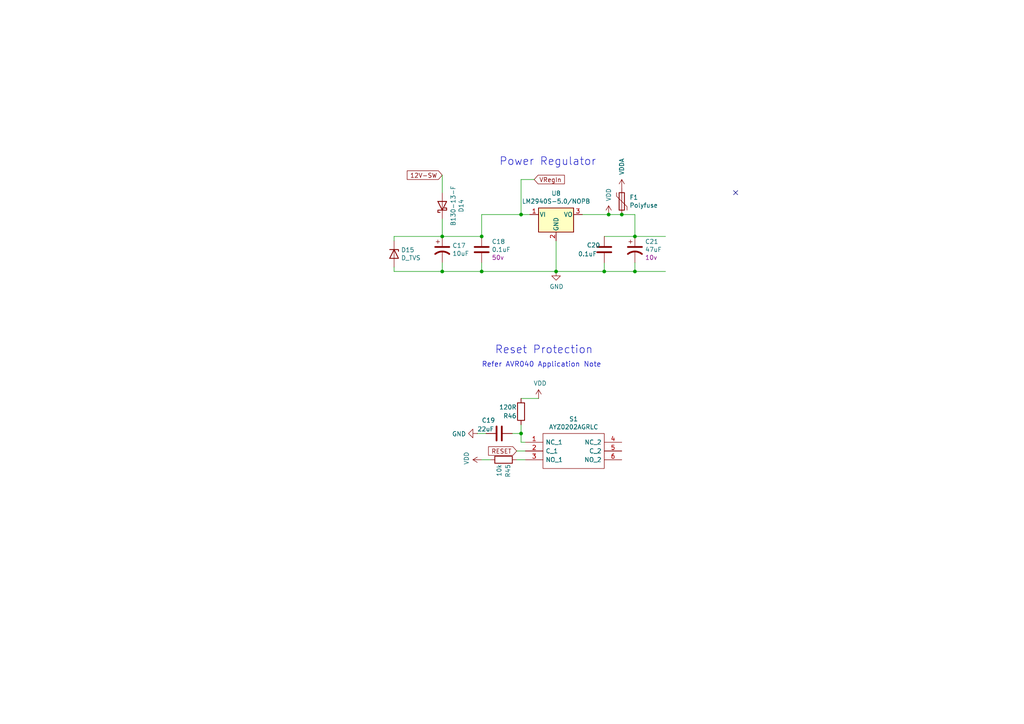
<source format=kicad_sch>
(kicad_sch (version 20250114) (generator "eeschema") (generator_version "9.0")
  (paper "A4")
  (title_block (title "0.4") (date "2021-03-27") (rev "4d") (company "Speeduino"))
  (lib_symbols
    (symbol "Device:C" (pin_numbers (hide yes)) (pin_names (offset 0.254))
      (property "Reference" "C" (at 0.635 2.54 0))
      (property "Value" "C" (at 0.635 -2.54 0))
      (symbol "C_0_1"
        (polyline (pts (xy -2.032 0.762) (xy 2.032 0.762)) (stroke (width 0.508)))
        (polyline (pts (xy -2.032 -0.762) (xy 2.032 -0.762)) (stroke (width 0.508)))
      )
      (symbol "C_1_1"
        (pin passive line (at 0 3.81 270) (length 2.794) (name "~") (number "1"))
        (pin passive line (at 0 -3.81 90) (length 2.794) (name "~") (number "2"))
      )
    )
    (symbol "Device:CP1" (pin_numbers (hide yes)) (pin_names (offset 0.254) (hide yes))
      (property "Reference" "C" (at 0.635 2.54 0))
      (property "Value" "Device_CP1" (at 0.635 -2.54 0))
      (symbol "CP1_0_1"
        (polyline (pts (xy -2.032 0.762) (xy 2.032 0.762)) (stroke (width 0.508)))
        (polyline (pts (xy -1.778 2.286) (xy -0.762 2.286)))
        (polyline (pts (xy -1.27 1.778) (xy -1.27 2.794)))
        (arc (start -2.032 -1.27) (mid 0 -0.5572) (end 2.032 -1.27) (stroke (width 0.508)))
      )
      (symbol "CP1_1_1"
        (pin passive line (at 0 3.81 270) (length 2.794) (name "~") (number "1"))
        (pin passive line (at 0 -3.81 90) (length 3.302) (name "~") (number "2"))
      )
    )
    (symbol "Device:D_Schottky" (pin_numbers (hide yes)) (pin_names (offset 1.016) (hide yes))
      (property "Reference" "D" (at 0 2.54 0))
      (property "Value" "D_Schottky" (at 0 -2.54 0))
      (symbol "D_Schottky_0_1"
        (polyline (pts (xy -1.905 0.635) (xy -1.905 1.27) (xy -1.27 1.27) (xy -1.27 -1.27) (xy -0.635 -1.27) (xy -0.635 -0.635)) (stroke (width 0.254)))
        (polyline (pts (xy 1.27 1.27) (xy 1.27 -1.27) (xy -1.27 0) (xy 1.27 1.27)) (stroke (width 0.254)))
        (polyline (pts (xy 1.27 0) (xy -1.27 0)))
      )
      (symbol "D_Schottky_1_1"
        (pin passive line (at -3.81 0 0) (length 2.54) (name "K") (number "1"))
        (pin passive line (at 3.81 0 180) (length 2.54) (name "A") (number "2"))
      )
    )
    (symbol "Device:D_Zener" (pin_numbers (hide yes)) (pin_names (offset 1.016) (hide yes))
      (property "Reference" "D" (at 0 2.54 0))
      (property "Value" "D_Zener" (at 0 -2.54 0))
      (symbol "D_Zener_0_1"
        (polyline (pts (xy -1.27 -1.27) (xy -1.27 1.27) (xy -0.762 1.27)) (stroke (width 0.254)))
        (polyline (pts (xy 1.27 0) (xy -1.27 0)))
        (polyline (pts (xy 1.27 -1.27) (xy 1.27 1.27) (xy -1.27 0) (xy 1.27 -1.27)) (stroke (width 0.254)))
      )
      (symbol "D_Zener_1_1"
        (pin passive line (at -3.81 0 0) (length 2.54) (name "K") (number "1"))
        (pin passive line (at 3.81 0 180) (length 2.54) (name "A") (number "2"))
      )
    )
    (symbol "Device:Polyfuse" (pin_numbers (hide yes)) (pin_names (offset 0))
      (property "Reference" "F" (at -2.54 0 90))
      (property "Value" "Polyfuse" (at 2.54 0 90))
      (symbol "Polyfuse_0_1"
        (polyline (pts (xy -1.524 2.54) (xy -1.524 1.524) (xy 1.524 -1.524) (xy 1.524 -2.54)))
        (rectangle (start -0.762 2.54) (end 0.762 -2.54) (stroke (width 0.254)))
        (polyline (pts (xy 0 2.54) (xy 0 -2.54)))
      )
      (symbol "Polyfuse_1_1"
        (pin passive line (at 0 3.81 270) (length 1.27) (name "~") (number "1"))
        (pin passive line (at 0 -3.81 90) (length 1.27) (name "~") (number "2"))
      )
    )
    (symbol "Device:R" (pin_numbers (hide yes)) (pin_names (offset 0))
      (property "Reference" "R" (at 2.032 0 90))
      (property "Value" "R" (at 0 0 90))
      (symbol "R_0_1"
        (rectangle (start -1.016 -2.54) (end 1.016 2.54) (stroke (width 0.254)))
      )
      (symbol "R_1_1"
        (pin passive line (at 0 3.81 270) (length 1.27) (name "~") (number "1"))
        (pin passive line (at 0 -3.81 90) (length 1.27) (name "~") (number "2"))
      )
    )
    (symbol "Regulator_Linear:LM2937xS" (pin_names (offset 0.254))
      (property "Reference" "U" (at -3.81 3.175 0))
      (property "Value" "LM2937xS" (at 0 3.175 0))
      (symbol "LM2937xS_0_1"
        (rectangle (start -5.08 -5.08) (end 5.08 1.905) (stroke (width 0.254)) (fill (type background)))
      )
      (symbol "LM2937xS_1_1"
        (pin power_in line (at -7.62 0 0) (length 2.54) (name "VI") (number "1"))
        (pin power_in line (at 0 -7.62 90) (length 2.54) (name "GND") (number "2"))
        (pin power_out line (at 7.62 0 180) (length 2.54) (name "VO") (number "3"))
      )
    )
    (symbol "power:GND" (power) (pin_numbers (hide yes)) (pin_names (offset 0) (hide yes))
      (property "Value" "GND" (at 0 -3.81 0))
      (symbol "GND_0_1"
        (polyline (pts (xy 0 0) (xy 0 -1.27) (xy 1.27 -1.27) (xy 0 -2.54) (xy -1.27 -1.27) (xy 0 -1.27)))
      )
      (symbol "GND_1_1"
        (pin power_in line (at 0 0 270) (length 0) (name "~") (number "1"))
      )
    )
    (symbol "power:VDD" (power) (pin_numbers (hide yes)) (pin_names (offset 0) (hide yes))
      (property "Value" "VDD" (at 0 3.556 0))
      (symbol "VDD_0_1"
        (polyline (pts (xy -0.762 1.27) (xy 0 2.54)))
        (polyline (pts (xy 0 2.54) (xy 0.762 1.27)))
        (polyline (pts (xy 0 0) (xy 0 2.54)))
      )
      (symbol "VDD_1_1"
        (pin power_in line (at 0 0 90) (length 0) (name "~") (number "1"))
      )
    )
    (symbol "power:VDDA" (power) (pin_numbers (hide yes)) (pin_names (offset 0) (hide yes))
      (property "Value" "VDDA" (at 0 3.556 0))
      (symbol "VDDA_0_1"
        (polyline (pts (xy -0.762 1.27) (xy 0 2.54)))
        (polyline (pts (xy 0 2.54) (xy 0.762 1.27)))
        (polyline (pts (xy 0 0) (xy 0 2.54)))
      )
      (symbol "VDDA_1_1"
        (pin power_in line (at 0 0 90) (length 0) (name "~") (number "1"))
      )
    )
    (symbol "v0.4.4c-rescue:AYZ0202AGRLC-Misc" (pin_names (offset 0.762))
      (property "Reference" "S" (at 24.13 7.62 0))
      (property "Value" "v0.4.4c-rescue_AYZ0202AGRLC-Misc" (at 24.13 5.08 0))
      (symbol "AYZ0202AGRLC-Misc_0_0"
        (pin bidirectional line (at 0 0 0) (length 5.08) (name "NC_1") (number "1"))
        (pin bidirectional line (at 0 -2.54 0) (length 5.08) (name "C_1") (number "2"))
        (pin bidirectional line (at 0 -5.08 0) (length 5.08) (name "NO_1") (number "3"))
        (pin bidirectional line (at 27.94 0 180) (length 5.08) (name "NC_2") (number "4"))
        (pin bidirectional line (at 27.94 -2.54 180) (length 5.08) (name "C_2") (number "5"))
        (pin bidirectional line (at 27.94 -5.08 180) (length 5.08) (name "NO_2") (number "6"))
      )
      (symbol "AYZ0202AGRLC-Misc_0_1"
        (polyline (pts (xy 5.08 2.54) (xy 22.86 2.54) (xy 22.86 -7.62) (xy 5.08 -7.62) (xy 5.08 2.54)) (stroke (width 0.1524)))
      )
    )
  )
  (text "Power Regulator" (at 144.78 48.26 0) (effects (font (size 2.2606 2.2606)) (justify left bottom)))
  (text "Reset Protection" (at 143.51 102.87 0) (effects (font (size 2.2606 2.2606)) (justify left bottom)))
  (text "Refer AVR040 Application Note" (at 139.7 106.68 0) (effects (font (size 1.4732 1.4732)) (justify left bottom)))
  (junction (at 184.15 78.74))
  (junction (at 128.27 68.58))
  (junction (at 139.7 68.58))
  (junction (at 184.15 68.58))
  (junction (at 180.34 62.23))
  (junction (at 175.26 78.74))
  (junction (at 139.7 78.74))
  (junction (at 151.13 125.73))
  (junction (at 161.29 78.74))
  (junction (at 128.27 78.74))
  (junction (at 176.53 62.23))
  (junction (at 151.13 62.23))
  (no_connect (at 213.36 55.88))
  (wire (pts (xy 180.34 62.23) (xy 184.15 62.23)))
  (wire (pts (xy 151.13 128.27) (xy 152.4 128.27)))
  (wire (pts (xy 175.26 78.74) (xy 161.29 78.74)))
  (wire (pts (xy 139.7 78.74) (xy 161.29 78.74)))
  (wire (pts (xy 161.29 69.85) (xy 161.29 78.74)))
  (wire (pts (xy 151.13 128.27) (xy 151.13 125.73)))
  (wire (pts (xy 175.26 68.58) (xy 184.15 68.58)))
  (wire (pts (xy 128.27 68.58) (xy 139.7 68.58)))
  (wire (pts (xy 128.27 78.74) (xy 139.7 78.74)))
  (wire (pts (xy 193.04 78.74) (xy 184.15 78.74)))
  (wire (pts (xy 139.7 62.23) (xy 151.13 62.23)))
  (wire (pts (xy 151.13 52.07) (xy 151.13 62.23)))
  (wire (pts (xy 139.7 76.2) (xy 139.7 78.74)))
  (wire (pts (xy 114.3 68.58) (xy 114.3 69.85)))
  (wire (pts (xy 138.43 125.73) (xy 140.97 125.73)))
  (wire (pts (xy 151.13 115.57) (xy 156.21 115.57)))
  (wire (pts (xy 139.7 68.58) (xy 139.7 62.23)))
  (wire (pts (xy 128.27 50.8) (xy 128.27 55.88)))
  (wire (pts (xy 151.13 125.73) (xy 151.13 123.19)))
  (wire (pts (xy 184.15 76.2) (xy 184.15 78.74)))
  (wire (pts (xy 176.53 62.23) (xy 180.34 62.23)))
  (wire (pts (xy 139.7 133.35) (xy 142.24 133.35)))
  (wire (pts (xy 128.27 76.2) (xy 128.27 78.74)))
  (wire (pts (xy 154.94 52.07) (xy 151.13 52.07)))
  (wire (pts (xy 175.26 76.2) (xy 175.26 78.74)))
  (wire (pts (xy 114.3 78.74) (xy 128.27 78.74)))
  (wire (pts (xy 149.86 133.35) (xy 152.4 133.35)))
  (wire (pts (xy 149.86 130.81) (xy 152.4 130.81)))
  (wire (pts (xy 168.91 62.23) (xy 176.53 62.23)))
  (wire (pts (xy 153.67 62.23) (xy 151.13 62.23)))
  (wire (pts (xy 148.59 125.73) (xy 151.13 125.73)))
  (wire (pts (xy 114.3 68.58) (xy 128.27 68.58)))
  (wire (pts (xy 184.15 78.74) (xy 175.26 78.74)))
  (wire (pts (xy 128.27 63.5) (xy 128.27 68.58)))
  (wire (pts (xy 184.15 62.23) (xy 184.15 68.58)))
  (wire (pts (xy 114.3 78.74) (xy 114.3 77.47)))
  (wire (pts (xy 193.04 68.58) (xy 184.15 68.58)))
  (global_label "RESET" (shape input) (at 149.86 130.81 180) (property "Intersheetrefs" "${INTERSHEET_REFS}" (effects (hide yes))))
  (global_label "VRegIn" (shape input) (at 154.94 52.07 0) (property "Intersheetrefs" "${INTERSHEET_REFS}" (effects (hide yes))))
  (global_label "12V-SW" (shape input) (at 128.27 50.8 180) (property "Intersheetrefs" "${INTERSHEET_REFS}" (effects (hide yes))))
  (symbol (lib_id "Device:C") (at 139.7 72.39 0) (unit 1)
    (property "Reference" "C18" (at 142.621 70.0786 0) (effects (justify left)))
    (property "Value" "0.1uF" (at 142.621 72.39 0) (effects (justify left)))
    (property "Footprint" "Capacitor_SMD:C_0805_2012Metric" (effects (hide yes)))
    (property "Voltage" "50v" (at 142.621 74.7014 0) (effects (justify left)))
    (property "Digikey Part Number" "311-1140-1-ND" (effects (hide yes)))
    (property "Manufacturer_Name" "Yageo" (effects (hide yes)))
    (property "Manufacturer_Part_Number" "CC0805KRX7R9BB104" (effects (hide yes)))
    (property "URL" "https://www.digikey.com.au/product-detail/en/yageo/CC0805KRX7R9BB104/311-1140-1-ND/303050" (effects (hide yes)))
  )
  (symbol (lib_id "Device:CP1") (at 128.27 72.39 0) (unit 1)
    (property "Reference" "C17" (at 131.191 71.2216 0) (effects (justify left)))
    (property "Value" "10uF" (at 131.191 73.533 0) (effects (justify left)))
    (property "Footprint" "Capacitor_Tantalum_SMD:CP_EIA-7343-31_Kemet-D" (effects (hide yes)))
    (property "Voltage" "35v" (effects (hide yes)))
    (property "Digikey Part Number" "399-8361-1-ND" (effects (hide yes)))
    (property "Manufacturer_Name" "Kemet" (effects (hide yes)))
    (property "Manufacturer_Part_Number" "T491D106K050AT" (effects (hide yes)))
    (property "URL" "https://www.digikey.com/product-detail/en/kemet/T491D106K050AT/399-8361-1-ND/3472084" (effects (hide yes)))
  )
  (symbol (lib_id "Device:D_Schottky") (at 128.27 59.69 90) (unit 1)
    (property "Reference" "D14" (at 133.7564 59.69 0))
    (property "Value" "B130-13-F" (at 131.445 59.69 0))
    (property "Footprint" "Diode_SMD:D_SMA" (effects (hide yes)))
    (property "Datasheet" "https://www.mouser.com/datasheet/2/115/ds13002-60388.pdf" (effects (hide yes)))
    (property "Digikey Part Number" "B130-FDICT-ND" (effects (hide yes)))
    (property "Manufacturer_Name" "Diodes Inc" (effects (hide yes)))
    (property "Manufacturer_Part_Number" "B130-13-F" (effects (hide yes)))
    (property "URL" "https://www.digikey.com.au/product-detail/en/diodes-incorporated/B130-13-F/B130-FDICT-ND/815318" (effects (hide yes)))
  )
  (symbol (lib_id "power:VDD") (at 176.53 62.23 0) (unit 1)
    (property "Reference" "#PWR047" (effects (hide yes)))
    (property "Value" "VDD" (at 176.53 58.42 90) (effects (justify left)))
  )
  (symbol (lib_id "Device:C") (at 175.26 72.39 0) (unit 1)
    (property "Reference" "C20" (at 170.18 71.12 0) (effects (justify left)))
    (property "Value" "0.1uF" (at 167.64 73.66 0) (effects (justify left)))
    (property "Footprint" "Capacitor_SMD:C_0805_2012Metric" (effects (hide yes)))
    (property "Digikey Part Number" "311-1140-1-ND" (effects (hide yes)))
    (property "Manufacturer_Name" "Yageo" (effects (hide yes)))
    (property "Manufacturer_Part_Number" "CC0805KRX7R9BB104" (effects (hide yes)))
    (property "URL" "https://www.digikey.com.au/product-detail/en/yageo/CC0805KRX7R9BB104/311-1140-1-ND/303050" (effects (hide yes)))
  )
  (symbol (lib_id "Device:CP1") (at 184.15 72.39 0) (unit 1)
    (property "Reference" "C21" (at 187.071 70.0786 0) (effects (justify left)))
    (property "Value" "47uF" (at 187.071 72.39 0) (effects (justify left)))
    (property "Footprint" "Capacitor_Tantalum_SMD:CP_EIA-3528-21_Kemet-B" (effects (hide yes)))
    (property "Voltage" "10v" (at 187.071 74.7014 0) (effects (justify left)))
    (property "Digikey Part Number" "478-1692-1-ND" (effects (hide yes)))
    (property "Manufacturer_Name" "AVX" (effects (hide yes)))
    (property "Manufacturer_Part_Number" "TAJB476K006RNJ" (effects (hide yes)))
    (property "URL" "https://www.digikey.com/product-detail/en/avx-corporation/TAJB476K006RNJ/478-1692-1-ND/564724" (effects (hide yes)))
  )
  (symbol (lib_id "power:GND") (at 161.29 78.74 0) (unit 1)
    (property "Reference" "#PWR046" (effects (hide yes)))
    (property "Value" "GND" (at 161.417 83.1342 0))
  )
  (symbol (lib_id "v0.4.4c-rescue:AYZ0202AGRLC-Misc") (at 152.4 128.27 0) (unit 1)
    (property "Reference" "S1" (at 166.37 121.539 0))
    (property "Value" "AYZ0202AGRLC" (at 166.37 123.8504 0))
    (property "Footprint" "Misc:AYZ0202AGRLC" (effects (hide yes)))
    (property "Description" "AYZ0202AGRLC (Slide Switches)" (effects (hide yes)))
    (property "RS Part Number" "7931504P" (effects (hide yes)))
    (property "RS Price/Stock" "http://uk.rs-online.com/web/p/products/7931504P" (effects (hide yes)))
    (property "Manufacturer_Name" "C & K COMPONENTS" (effects (hide yes)))
    (property "Manufacturer_Part_Number" "AYZ0202AGRLC" (effects (hide yes)))
    (property "Allied_Number" "70417470" (effects (hide yes)))
    (property "Digikey Part Number" "401-2013-1-ND" (effects (hide yes)))
    (property "URL" "https://www.digikey.com.au/product-detail/en/c-k/AYZ0202AGRLC/401-2013-1-ND/1640122" (effects (hide yes)))
  )
  (symbol (lib_id "Device:R") (at 146.05 133.35 270) (unit 1)
    (property "Reference" "R45" (at 147.32 134.62 0) (effects (justify left)))
    (property "Value" "10k" (at 144.78 134.62 0) (effects (justify left)))
    (property "Footprint" "Resistor_SMD:R_0805_2012Metric" (effects (hide yes)))
    (property "Digikey Part Number" "311-10KARCT-ND" (effects (hide yes)))
    (property "Manufacturer_Name" "Yageo" (effects (hide yes)))
    (property "Manufacturer_Part_Number" "RC0805JR-0710KL" (effects (hide yes)))
    (property "URL" "https://www.digikey.com/product-detail/en/yageo/RC0805JR-0710KL/311-10KARCT-ND/731188" (effects (hide yes)))
  )
  (symbol (lib_id "power:VDD") (at 139.7 133.35 90) (unit 1)
    (property "Reference" "#PWR044" (effects (hide yes)))
    (property "Value" "VDD" (at 135.3058 132.9182 0))
  )
  (symbol (lib_id "Device:C") (at 144.78 125.73 270) (unit 1)
    (property "Reference" "C19" (at 139.7 121.92 90) (effects (justify left)))
    (property "Value" "22uF" (at 138.43 124.46 90) (effects (justify left)))
    (property "Footprint" "Capacitor_SMD:C_0805_2012Metric_Pad1.15x1.40mm_HandSolder" (effects (hide yes)))
    (property "Digikey Part Number" "1276-6687-1-ND" (effects (hide yes)))
    (property "Manufacturer_Name" "Samsung" (effects (hide yes)))
    (property "Manufacturer_Part_Number" "CL21A226KQCLRNC" (effects (hide yes)))
    (property "URL" "https://www.digikey.com.au/product-detail/en/samsung-electro-mechanics/CL21A226KQCLRNC/1276-6687-1-ND/5961546" (effects (hide yes)))
  )
  (symbol (lib_id "Device:R") (at 151.13 119.38 180) (unit 1)
    (property "Reference" "R46" (at 149.86 120.65 0) (effects (justify left)))
    (property "Value" "120R" (at 149.86 118.11 0) (effects (justify left)))
    (property "Footprint" "Resistor_SMD:R_0805_2012Metric" (effects (hide yes)))
    (property "Digikey Part Number" "311-120CRCT-ND" (effects (hide yes)))
    (property "Manufacturer_Name" "Yageo" (effects (hide yes)))
    (property "Manufacturer_Part_Number" "RC0805FR-07120RL" (effects (hide yes)))
    (property "URL" "https://www.digikey.com/product-detail/en/yageo/RC0805FR-07120RL/311-120CRCT-ND/730522" (effects (hide yes)))
  )
  (symbol (lib_id "power:VDD") (at 156.21 115.57 0) (unit 1)
    (property "Reference" "#PWR045" (effects (hide yes)))
    (property "Value" "VDD" (at 156.6418 111.1758 0))
  )
  (symbol (lib_id "power:GND") (at 138.43 125.73 270) (unit 1)
    (property "Reference" "#PWR043" (effects (hide yes)))
    (property "Value" "GND" (at 135.1788 125.857 90) (effects (justify right)))
  )
  (symbol (lib_id "Regulator_Linear:LM2937xS") (at 161.29 62.23 0) (unit 1)
    (property "Reference" "U8" (at 161.29 56.0832 0))
    (property "Value" "LM2940S-5.0/NOPB" (at 161.29 58.3946 0))
    (property "Footprint" "Package_TO_SOT_SMD:TO-263-3_TabPin2" (effects (hide yes)))
    (property "Datasheet" "http://www.ti.com/lit/ds/symlink/lm2940-n.pdf" (effects (hide yes)))
    (property "TR PN" "LM2940SX-5.0/NOPB" (effects (hide yes)))
    (property "Tube PN" "LM2940S-5.0/NOPB" (effects (hide yes)))
    (property "Digikey Part Number" "LM2940S-5.0/NOPB-ND" (effects (hide yes)))
    (property "Manufacturer_Name" "TI" (effects (hide yes)))
    (property "Manufacturer_Part_Number" "LM2940S-5.0/NOPB" (effects (hide yes)))
    (property "URL" "https://www.digikey.com.au/products/en?keywords=LM2940S-5.0%2FNOPB" (effects (hide yes)))
  )
  (symbol (lib_id "power:VDDA") (at 180.34 54.61 0) (unit 1)
    (property "Reference" "#PWR0108" (effects (hide yes)))
    (property "Value" "VDDA" (at 180.34 50.8 90) (effects (justify left)))
  )
  (symbol (lib_id "Device:Polyfuse") (at 180.34 58.42 0) (unit 1)
    (property "Reference" "F1" (at 182.5752 57.2516 0) (effects (justify left)))
    (property "Value" "Polyfuse" (at 182.5752 59.563 0) (effects (justify left)))
    (property "Footprint" "Fuse:Fuse_1812_4532Metric" (effects (hide yes)))
    (property "Digikey Part Number" "507-1361-1-ND" (effects (hide yes)))
    (property "Manufacturer_Name" "Bel Fuse" (effects (hide yes)))
    (property "Manufacturer_Part_Number" "0ZCC0050FF2C" (effects (hide yes)))
    (property "URL" "https://www.digikey.com.au/product-detail/en/bel-fuse-inc/0ZCC0050FF2C/507-1361-1-ND/1560228" (effects (hide yes)))
  )
  (symbol (lib_id "Device:D_Zener") (at 114.3 73.66 270) (unit 1)
    (property "Reference" "D15" (at 116.3066 72.4916 90) (effects (justify left)))
    (property "Value" "D_TVS" (at 116.3066 74.803 90) (effects (justify left)))
    (property "Footprint" "Diode_SMD:D_SMB" (effects (hide yes)))
    (property "Digikey Part Number" "SMBJ40A-QCT-ND" (effects (hide yes)))
    (property "Manufacturer_Name" "Bournes Inc." (effects (hide yes)))
    (property "Manufacturer_Part_Number" "SMBJ40A-Q" (effects (hide yes)))
  )
)
</source>
